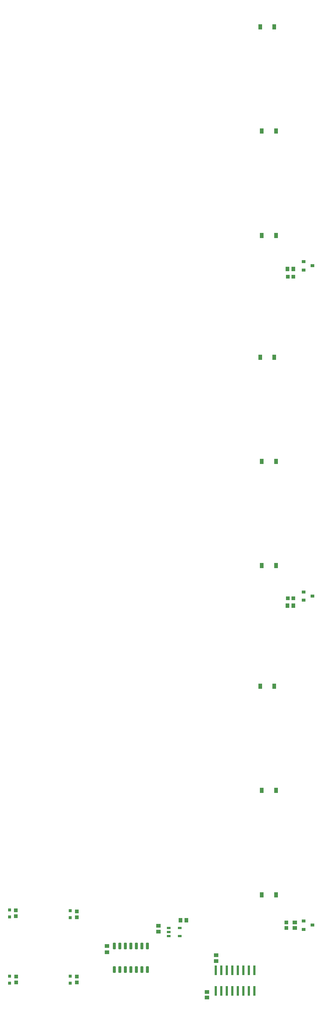
<source format=gbr>
%FSTAX23Y23*%
%MOIN*%
%SFA1B1*%

%IPPOS*%
%AMD12*
4,1,8,-0.015700,0.008900,-0.015700,-0.008900,-0.013800,-0.010800,0.013800,-0.010800,0.015700,-0.008900,0.015700,0.008900,0.013800,0.010800,-0.013800,0.010800,-0.015700,0.008900,0.0*
1,1,0.003898,-0.013800,0.008900*
1,1,0.003898,-0.013800,-0.008900*
1,1,0.003898,0.013800,-0.008900*
1,1,0.003898,0.013800,0.008900*
%
%AMD15*
4,1,8,-0.009800,-0.028500,0.009800,-0.028500,0.011800,-0.026500,0.011800,0.026500,0.009800,0.028500,-0.009800,0.028500,-0.011800,0.026500,-0.011800,-0.026500,-0.009800,-0.028500,0.0*
1,1,0.004016,-0.009800,-0.026500*
1,1,0.004016,0.009800,-0.026500*
1,1,0.004016,0.009800,0.026500*
1,1,0.004016,-0.009800,0.026500*
%
%ADD10R,0.039370X0.035433*%
%ADD11R,0.022079X0.085874*%
G04~CAMADD=12~8~0.0~0.0~216.5~315.0~19.5~0.0~15~0.0~0.0~0.0~0.0~0~0.0~0.0~0.0~0.0~0~0.0~0.0~0.0~90.0~314.0~216.0*
%ADD12D12*%
%ADD13R,0.035433X0.039370*%
%ADD14R,0.037401X0.033465*%
G04~CAMADD=15~8~0.0~0.0~236.2~570.9~20.1~0.0~15~0.0~0.0~0.0~0.0~0~0.0~0.0~0.0~0.0~0~0.0~0.0~0.0~180.0~236.0~570.0*
%ADD15D15*%
%ADD16R,0.031496X0.031496*%
%ADD17R,0.033465X0.037401*%
%ADD18R,0.035433X0.031496*%
%ADD19R,0.035827X0.048031*%
%LNmain_paste_top-1*%
%LPD*%
G54D10*
X03065Y00909D03*
Y00856D03*
X02982Y00577D03*
Y00524D03*
X02542Y01123D03*
Y01176D03*
X02076Y00937D03*
Y00991D03*
X03779Y01207D03*
Y01154D03*
G54D11*
X03063Y00586D03*
X03113D03*
X03163D03*
X03213D03*
X03263D03*
X03313D03*
X03363D03*
X03413D03*
Y00772D03*
X03363D03*
X03313D03*
X03263D03*
X03213D03*
X03163D03*
X03113D03*
X03063D03*
G54D12*
X02635Y01157D03*
Y0112D03*
Y01082D03*
X02736D03*
Y01157D03*
G54D13*
X02795Y01224D03*
X02741D03*
X03713Y07125D03*
X03766D03*
X03713Y04074D03*
X03766D03*
G54D14*
X018Y00663D03*
Y00714D03*
Y01253D03*
Y01305D03*
X0125Y00663D03*
Y00714D03*
X01249Y01263D03*
Y01314D03*
X037Y01206D03*
Y01155D03*
G54D15*
X02143Y00778D03*
X02193D03*
X02243D03*
X02293D03*
X02343D03*
X02393D03*
X02443D03*
X02143Y00993D03*
X02193D03*
X02243D03*
X02293D03*
X02343D03*
X02393D03*
X02443D03*
G54D16*
X01742Y0072D03*
Y00657D03*
Y01311D03*
Y01248D03*
X0119Y0072D03*
Y00657D03*
Y01318D03*
Y01255D03*
G54D17*
X03714Y07057D03*
X03765D03*
X03714Y04143D03*
X03765D03*
G54D18*
X03858Y01218D03*
Y01143D03*
X03937Y01181D03*
Y07154D03*
X03858Y07117D03*
Y07192D03*
X03937Y04162D03*
X03858Y04125D03*
Y04199D03*
G54D19*
X03478Y01456D03*
X03607D03*
X03478Y02401D03*
X03607D03*
X03464Y03346D03*
X03593D03*
Y09319D03*
X03464D03*
X03607Y08375D03*
X03478D03*
X03607Y0743D03*
X03478D03*
X03593Y06327D03*
X03464D03*
X03607Y05382D03*
X03478D03*
X03607Y04438D03*
X03478D03*
M02*
</source>
